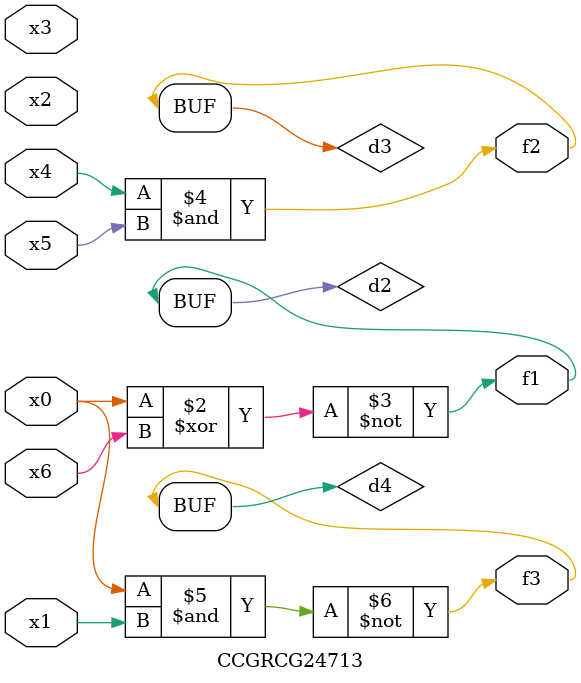
<source format=v>
module CCGRCG24713(
	input x0, x1, x2, x3, x4, x5, x6,
	output f1, f2, f3
);

	wire d1, d2, d3, d4;

	nor (d1, x0);
	xnor (d2, x0, x6);
	and (d3, x4, x5);
	nand (d4, x0, x1);
	assign f1 = d2;
	assign f2 = d3;
	assign f3 = d4;
endmodule

</source>
